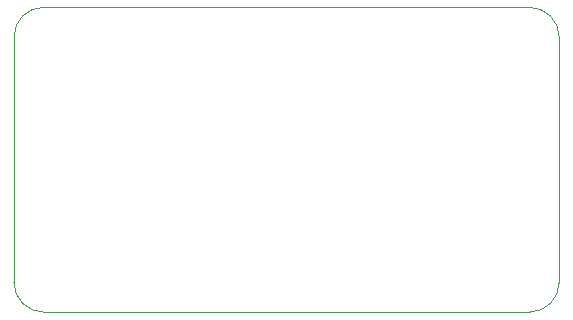
<source format=gbr>
%TF.GenerationSoftware,KiCad,Pcbnew,8.0.3*%
%TF.CreationDate,2024-06-13T10:05:27+02:00*%
%TF.ProjectId,radar_module,72616461-725f-46d6-9f64-756c652e6b69,rev?*%
%TF.SameCoordinates,Original*%
%TF.FileFunction,Profile,NP*%
%FSLAX46Y46*%
G04 Gerber Fmt 4.6, Leading zero omitted, Abs format (unit mm)*
G04 Created by KiCad (PCBNEW 8.0.3) date 2024-06-13 10:05:27*
%MOMM*%
%LPD*%
G01*
G04 APERTURE LIST*
%TA.AperFunction,Profile*%
%ADD10C,0.050000*%
%TD*%
G04 APERTURE END LIST*
D10*
X142160000Y-111090000D02*
G75*
G02*
X139660000Y-113590000I-2500000J0D01*
G01*
X96000000Y-90290000D02*
G75*
G02*
X98500000Y-87790000I2500000J0D01*
G01*
X98500000Y-113590000D02*
G75*
G02*
X96000000Y-111090000I0J2500000D01*
G01*
X98500000Y-87790000D02*
X139660000Y-87790000D01*
X96000000Y-111090000D02*
X96000000Y-90290000D01*
X139660000Y-87790000D02*
G75*
G02*
X142160000Y-90290000I0J-2500000D01*
G01*
X139660000Y-113590000D02*
X98500000Y-113590000D01*
X142160000Y-90290000D02*
X142160000Y-111090000D01*
M02*

</source>
